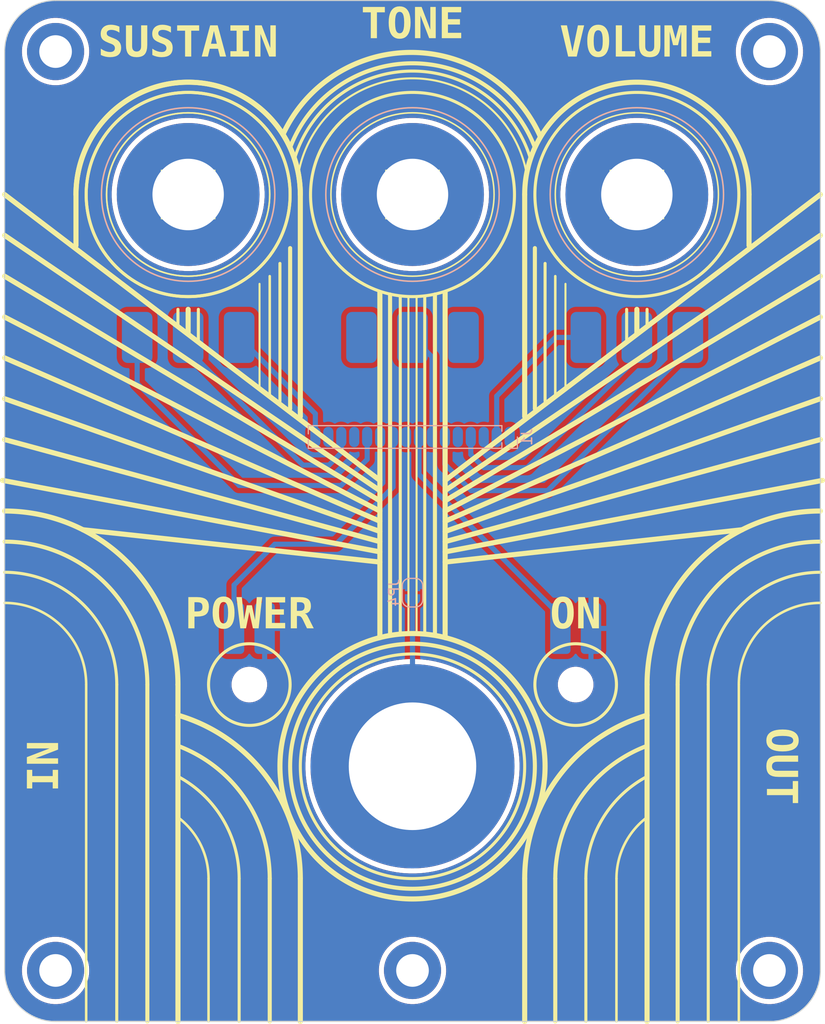
<source format=kicad_pcb>
(kicad_pcb (version 20241229) (generator "pcbnew") (generator_version "9.0")
  (layers (0 "F.Cu" signal) (2 "B.Cu" signal) (13 "F.Paste" user) (15 "B.Paste" user) (5 "F.SilkS" user "F.Silkscreen") (7 "B.SilkS" user "B.Silkscreen") (1 "F.Mask" user) (3 "B.Mask" user) (25 "Edge.Cuts" user))
  (net 0 "")
  (net 1 "Net-(JP4-B)")
  (net 2 "0")
  (net 3 "Net-(J1B-Pin_5)")
  (net 5 "Net-(J1C-Pin_16)")
  (net 6 "Net-(J1A-Pin_6)")
  (net 9 "Net-(J1A-Pin_2)")
  (net 10 "Net-(J1C-Pin_14)")
  (net 11 "Net-(J1C-Pin_12)")
  (net 12 "Net-(J1A-Pin_4)")
  (net 13 "Net-(D1-A)")
  (net 14 "Net-(J1B-Pin_9)")
  (net 15 "Net-(D2-A)")
  (net 17 "Net-(J1B-Pin_7)")
  (footprint "pedale:top_plate_pot" (layer "F.Cu") (at 90 69)
    (property "Reference" "RV2" (hide yes))
    (property "Value" "R_Potentiometer")
    (fp_line (start -2.62 -2.37) (end -2.62 2.37) (stroke (width 0.12)) (layer "F.SilkS"))
    (fp_line (start -2.62 -2.37) (end -2.06 -2.37) (stroke (width 0.12)) (layer "F.SilkS"))
    (fp_line (start -2.62 2.37) (end -1.26 2.37) (stroke (width 0.12)) (layer "F.SilkS"))
    (fp_line (start -0.24 -2.37) (end 0.24 -2.37) (stroke (width 0.12)) (layer "F.SilkS"))
    (fp_line (start 1.26 2.37) (end 2.62 2.37) (stroke (width 0.12)) (layer "F.SilkS"))
    (fp_line (start 2.06 -2.37) (end 2.62 -2.37) (stroke (width 0.12)) (layer "F.SilkS"))
    (fp_line (start 2.62 -2.37) (end 2.62 2.37) (stroke (width 0.12)) (layer "F.SilkS"))
    (fp_circle (center 0 0) (end 8.5 0) (stroke (width 0.15)) (fill no) (layer "B.SilkS"))
    (pad "" np_thru_hole circle (at 0 0) (size 14 14) (drill 7) (layers "*.Cu" "*.Mask"))
    (pad "1" smd roundrect (at -5 14) (size 3 5) (layers "B.Cu" "B.Mask" "B.Paste") (roundrect_rratio 0.1923076923) (net 3 "Net-(J1B-Pin_5)"))
    (pad "2" smd roundrect (at 0 14) (size 3 5) (layers "B.Cu" "B.Mask" "B.Paste") (roundrect_rratio 0.1923076923) (net 17 "Net-(J1B-Pin_7)"))
    (pad "3" smd roundrect (at 5 14) (size 3 5) (layers "B.Cu" "B.Mask" "B.Paste") (roundrect_rratio 0.1923076923) (net 14 "Net-(J1B-Pin_9)"))
  )
  (footprint "MountingHole:MountingHole_3.2mm_M3_DIN965_Pad_TopBottom" (layer "F.Cu") (at 55 145)
    (property "Reference" "H3" (hide yes))
    (property "Value" "MountingHole")
    (pad "1" thru_hole circle (at 0 0) (size 3.6 3.6) (drill 3.2) (layers "*.Cu" "*.Mask"))
    (pad "1" connect circle (at 0 0) (size 5.6 5.6) (layers "F.Cu" "F.Mask"))
    (pad "1" connect circle (at 0 0) (size 5.6 5.6) (layers "B.Cu" "B.Mask"))
  )
  (footprint "MountingHole:MountingHole_3.2mm_M3_DIN965_Pad_TopBottom" (layer "F.Cu") (at 125 145)
    (property "Reference" "H4" (hide yes))
    (property "Value" "MountingHole")
    (pad "1" thru_hole circle (at 0 0) (size 3.6 3.6) (drill 3.2) (layers "*.Cu" "*.Mask"))
    (pad "1" connect circle (at 0 0) (size 5.6 5.6) (layers "F.Cu" "F.Mask"))
    (pad "1" connect circle (at 0 0) (size 5.6 5.6) (layers "B.Cu" "B.Mask"))
  )
  (footprint "pedale:plated_switch_hole" (layer "F.Cu") (at 90 125)
    (property "Reference" "H8" (hide yes))
    (property "Value" "MountingHole_Pad")
    (pad "1" thru_hole circle (at 0 0) (size 20 20) (drill 12.5) (layers "*.Cu" "*.Mask") (net 1 "Net-(JP4-B)"))
  )
  (footprint "MountingHole:MountingHole_3.2mm_M3_DIN965_Pad_TopBottom" (layer "F.Cu") (at 55 55)
    (property "Reference" "H1" (hide yes))
    (property "Value" "MountingHole")
    (pad "1" thru_hole circle (at 0 0) (size 3.6 3.6) (drill 3.2) (layers "*.Cu" "*.Mask"))
    (pad "1" connect circle (at 0 0) (size 5.6 5.6) (layers "F.Cu" "F.Mask"))
    (pad "1" connect circle (at 0 0) (size 5.6 5.6) (layers "B.Cu" "B.Mask"))
  )
  (footprint "pedale:top_plate_pot" (layer "F.Cu") (at 68 69)
    (property "Reference" "RV3" (hide yes))
    (property "Value" "R_Potentiometer")
    (fp_line (start -2.62 -2.37) (end -2.62 2.37) (stroke (width 0.12)) (layer "F.SilkS"))
    (fp_line (start -2.62 -2.37) (end -2.06 -2.37) (stroke (width 0.12)) (layer "F.SilkS"))
    (fp_line (start -2.62 2.37) (end -1.26 2.37) (stroke (width 0.12)) (layer "F.SilkS"))
    (fp_line (start -0.24 -2.37) (end 0.24 -2.37) (stroke (width 0.12)) (layer "F.SilkS"))
    (fp_line (start 1.26 2.37) (end 2.62 2.37) (stroke (width 0.12)) (layer "F.SilkS"))
    (fp_line (start 2.06 -2.37) (end 2.62 -2.37) (stroke (width 0.12)) (layer "F.SilkS"))
    (fp_line (start 2.62 -2.37) (end 2.62 2.37) (stroke (width 0.12)) (layer "F.SilkS"))
    (fp_circle (center 0 0) (end 8.5 0) (stroke (width 0.15)) (fill no) (layer "B.SilkS"))
    (pad "" np_thru_hole circle (at 0 0) (size 14 14) (drill 7) (layers "*.Cu" "*.Mask"))
    (pad "1" smd roundrect (at -5 14) (size 3 5) (layers "B.Cu" "B.Mask" "B.Paste") (roundrect_rratio 0.1923076923) (net 11 "Net-(J1C-Pin_12)"))
    (pad "2" smd roundrect (at 0 14) (size 3 5) (layers "B.Cu" "B.Mask" "B.Paste") (roundrect_rratio 0.1923076923) (net 10 "Net-(J1C-Pin_14)"))
    (pad "3" smd roundrect (at 5 14) (size 3 5) (layers "B.Cu" "B.Mask" "B.Paste") (roundrect_rratio 0.1923076923) (net 5 "Net-(J1C-Pin_16)"))
  )
  (footprint "pedale:red_led" (layer "F.Cu") (at 106 117 180)
    (property "Reference" "D1" (hide yes))
    (property "Value" "LED")
    (pad "" np_thru_hole circle (at 0 0 180) (size 3 3) (drill 3) (layers "*.Cu" "*.Mask"))
    (pad "1" smd roundrect (at -1.5 5.5 180) (size 2 5) (layers "B.Cu" "B.Mask" "B.Paste") (roundrect_rratio 0.1923076923) (net 2 "0"))
    (pad "2" smd roundrect (at 1.5 5.5 180) (size 2 5) (layers "B.Cu" "B.Mask" "B.Paste") (roundrect_rratio 0.1923076923) (net 13 "Net-(D1-A)"))
  )
  (footprint "MountingHole:MountingHole_3.2mm_M3_DIN965_Pad_TopBottom" (layer "F.Cu") (at 125 55)
    (property "Reference" "H2" (hide yes))
    (property "Value" "MountingHole")
    (pad "1" thru_hole circle (at 0 0) (size 3.6 3.6) (drill 3.2) (layers "*.Cu" "*.Mask"))
    (pad "1" connect circle (at 0 0) (size 5.6 5.6) (layers "F.Cu" "F.Mask"))
    (pad "1" connect circle (at 0 0) (size 5.6 5.6) (layers "B.Cu" "B.Mask"))
  )
  (footprint "pedale:green_led" (layer "F.Cu") (at 74 117 180)
    (property "Reference" "D2" (hide yes))
    (property "Value" "LED")
    (pad "" np_thru_hole circle (at 0 0 180) (size 3 3) (drill 3) (layers "*.Cu" "*.Mask"))
    (pad "1" smd roundrect (at -1.5 5.5 180) (size 2 5) (layers "B.Cu" "B.Mask" "B.Paste") (roundrect_rratio 0.1923076923) (net 2 "0"))
    (pad "2" smd roundrect (at 1.5 5.5 180) (size 2 5) (layers "B.Cu" "B.Mask" "B.Paste") (roundrect_rratio 0.1923076923) (net 15 "Net-(D2-A)"))
  )
  (footprint "pedale:top_plate_pot" (layer "F.Cu") (at 112 69)
    (property "Reference" "RV1" (hide yes))
    (property "Value" "R_Potentiometer")
    (fp_line (start -2.62 -2.37) (end -2.62 2.37) (stroke (width 0.12)) (layer "F.SilkS"))
    (fp_line (start -2.62 -2.37) (end -2.06 -2.37) (stroke (width 0.12)) (layer "F.SilkS"))
    (fp_line (start -2.62 2.37) (end -1.26 2.37) (stroke (width 0.12)) (layer "F.SilkS"))
    (fp_line (start -0.24 -2.37) (end 0.24 -2.37) (stroke (width 0.12)) (layer "F.SilkS"))
    (fp_line (start 1.26 2.37) (end 2.62 2.37) (stroke (width 0.12)) (layer "F.SilkS"))
    (fp_line (start 2.06 -2.37) (end 2.62 -2.37) (stroke (width 0.12)) (layer "F.SilkS"))
    (fp_line (start 2.62 -2.37) (end 2.62 2.37) (stroke (width 0.12)) (layer "F.SilkS"))
    (fp_circle (center 0 0) (end 8.5 0) (stroke (width 0.15)) (fill no) (layer "B.SilkS"))
    (pad "" np_thru_hole circle (at 0 0) (size 14 14) (drill 7) (layers "*.Cu" "*.Mask"))
    (pad "1" smd roundrect (at -5 14) (size 3 5) (layers "B.Cu" "B.Mask" "B.Paste") (roundrect_rratio 0.1923076923) (net 9 "Net-(J1A-Pin_2)"))
    (pad "2" smd roundrect (at 0 14) (size 3 5) (layers "B.Cu" "B.Mask" "B.Paste") (roundrect_rratio 0.1923076923) (net 12 "Net-(J1A-Pin_4)"))
    (pad "3" smd roundrect (at 5 14) (size 3 5) (layers "B.Cu" "B.Mask" "B.Paste") (roundrect_rratio 0.1923076923) (net 6 "Net-(J1A-Pin_6)"))
  )
  (footprint "MountingHole:MountingHole_3.2mm_M3_DIN965_Pad_TopBottom" (layer "F.Cu") (at 90 145)
    (property "Reference" "H11" (hide yes))
    (property "Value" "MountingHole")
    (pad "1" thru_hole circle (at 0 0) (size 3.6 3.6) (drill 3.2) (layers "*.Cu" "*.Mask"))
    (pad "1" connect circle (at 0 0) (size 5.6 5.6) (layers "F.Cu" "F.Mask"))
    (pad "1" connect circle (at 0 0) (size 5.6 5.6) (layers "B.Cu" "B.Mask"))
  )
  (footprint "Jumper:SolderJumper-2_P1.3mm_Bridged_RoundedPad1.0x1.5mm" (layer "B.Cu") (at 90 108 -90)
    (property "Reference" "JP4" (at 0 1.8 90) (layer "B.SilkS") (effects (justify mirror)))
    (property "Value" "SolderJumper_2_Bridged")
    (fp_poly (pts (xy 0.25 0.3) (xy -0.25 0.3) (xy -0.25 -0.3) (xy 0.25 -0.3)) (fill yes) (layer "B.Cu"))
    (fp_line (start -0.7 1) (end 0.7 1) (stroke (width 0.12)) (layer "B.SilkS"))
    (fp_line (start 1.4 0.3) (end 1.4 -0.3) (stroke (width 0.12)) (layer "B.SilkS"))
    (fp_line (start -1.4 -0.3) (end -1.4 0.3) (stroke (width 0.12)) (layer "B.SilkS"))
    (fp_line (start 0.7 -1) (end -0.7 -1) (stroke (width 0.12)) (layer "B.SilkS"))
    (fp_arc (start -0.7 1) (mid -1.194975 0.794975) (end -1.4 0.3) (stroke (width 0.12)) (layer "B.SilkS"))
    (fp_arc (start 1.4 0.3) (mid 1.194975 0.794975) (end 0.7 1) (stroke (width 0.12)) (layer "B.SilkS"))
    (fp_arc (start -1.4 -0.3) (mid -1.194975 -0.794975) (end -0.7 -1) (stroke (width 0.12)) (layer "B.SilkS"))
    (fp_arc (start 0.7 -1) (mid 1.194975 -0.794975) (end 1.4 -0.3) (stroke (width 0.12)) (layer "B.SilkS"))
    (pad "1" smd custom (at -0.65 0 270) (size 1 0.5) (layers "B.Cu" "B.Mask") (net 2 "0") (options (clearance outline) (anchor rect)) (primitives (gr_circle (center 0 -0.25) (end 0.5 -0.25) (width 0) (fill yes)) (gr_circle (center 0 0.25) (end 0.5 0.25) (width 0) (fill yes)) (gr_poly (pts (xy 0.5 -0.75) (xy 0 -0.75) (xy 0 0.75) (xy 0.5 0.75)) (width 0) (fill yes))))
    (pad "2" smd custom (at 0.65 0 270) (size 1 0.5) (layers "B.Cu" "B.Mask") (net 1 "Net-(JP4-B)") (options (clearance outline) (anchor rect)) (primitives (gr_circle (center 0 -0.25) (end 0.5 -0.25) (width 0) (fill yes)) (gr_circle (center 0 0.25) (end 0.5 0.25) (width 0) (fill yes)) (gr_poly (pts (xy 0 -0.75) (xy -0.5 -0.75) (xy -0.5 0.75) (xy 0 0.75)) (width 0) (fill yes))))
  )
  (footprint "pedale:bottom_connector" (layer "B.Cu") (at 99.525 92.75 90)
    (property "Reference" "J1" (at 0 1.695 90) (layer "B.SilkS") (effects (justify mirror)))
    (property "Value" "top_panel_connector")
    (fp_line (start 0.30753 -19.745) (end 1.11 -19.745) (stroke (width 0.12)) (layer "B.SilkS"))
    (fp_line (start -1.11 -19.745) (end -0.30753 -19.745) (stroke (width 0.12)) (layer "B.SilkS"))
    (fp_line (start 1.11 -0.76) (end 1.11 -19.745) (stroke (width 0.12)) (layer "B.SilkS"))
    (fp_line (start 0.563471 -0.76) (end 1.11 -0.76) (stroke (width 0.12)) (layer "B.SilkS"))
    (fp_line (start -1.11 -0.76) (end -1.11 -19.745) (stroke (width 0.12)) (layer "B.SilkS"))
    (fp_line (start -1.11 -0.76) (end -0.563471 -0.76) (stroke (width 0.12)) (layer "B.SilkS"))
    (fp_line (start -1.11 0) (end -1.11 0.76) (stroke (width 0.12)) (layer "B.SilkS"))
    (fp_line (start -1.11 0.76) (end 0 0.76) (stroke (width 0.12)) (layer "B.SilkS"))
    (pad "1" smd oval (at 0 0 90) (size 2 1) (layers "B.Cu" "B.Mask" "B.Paste"))
    (pad "2" smd oval (at 0 -1.27 90) (size 2 1) (layers "B.Cu" "B.Mask" "B.Paste") (net 9 "Net-(J1A-Pin_2)"))
    (pad "3" smd oval (at 0 -2.54 90) (size 2 1) (layers "B.Cu" "B.Mask" "B.Paste"))
    (pad "4" smd oval (at 0 -3.81 90) (size 2 1) (layers "B.Cu" "B.Mask" "B.Paste") (net 12 "Net-(J1A-Pin_4)"))
    (pad "5" smd oval (at 0 -5.08 90) (size 2 1) (layers "B.Cu" "B.Mask" "B.Paste") (net 3 "Net-(J1B-Pin_5)"))
    (pad "6" smd oval (at 0 -6.35 90) (size 2 1) (layers "B.Cu" "B.Mask" "B.Paste") (net 6 "Net-(J1A-Pin_6)"))
    (pad "7" smd oval (at 0 -7.62 90) (size 2 1) (layers "B.Cu" "B.Mask" "B.Paste") (net 17 "Net-(J1B-Pin_7)"))
    (pad "8" smd oval (at 0 -8.89 90) (size 2 1) (layers "B.Cu" "B.Mask" "B.Paste") (net 13 "Net-(D1-A)"))
    (pad "9" smd oval (at 0 -10.16 90) (size 2 1) (layers "B.Cu" "B.Mask" "B.Paste") (net 14 "Net-(J1B-Pin_9)"))
    (pad "10" smd oval (at 0 -11.43 90) (size 2 1) (layers "B.Cu" "B.Mask" "B.Paste") (net 15 "Net-(D2-A)"))
    (pad "11" smd oval (at 0 -12.7 90) (size 2 1) (layers "B.Cu" "B.Mask" "B.Paste"))
    (pad "12" smd oval (at 0 -13.97 90) (size 2 1) (layers "B.Cu" "B.Mask" "B.Paste") (net 11 "Net-(J1C-Pin_12)"))
    (pad "13" smd oval (at 0 -15.24 90) (size 2 1) (layers "B.Cu" "B.Mask" "B.Paste"))
    (pad "14" smd oval (at 0 -16.51 90) (size 2 1) (layers "B.Cu" "B.Mask" "B.Paste") (net 10 "Net-(J1C-Pin_14)"))
    (pad "15" smd oval (at 0 -17.78 90) (size 2 1) (layers "B.Cu" "B.Mask" "B.Paste"))
    (pad "16" smd oval (at 0 -19.05 90) (size 2 1) (layers "B.Cu" "B.Mask" "B.Paste") (net 5 "Net-(J1C-Pin_16)"))
  )
  (gr_arc (start 107 136) (mid 108.61508 130.169048) (end 113 126) (stroke (width 0.3)) (layer "F.SilkS"))
  (gr_line (start 79 136) (end 79 150) (stroke (width 0.5)) (layer "F.SilkS"))
  (gr_arc (start 110 136) (mid 110.791796 132.645898) (end 113 130) (stroke (width 0.25)) (layer "F.SilkS"))
  (gr_arc (start 50 100) (mid 62.020815 104.979185) (end 67 117) (stroke (width 0.5)) (layer "F.SilkS"))
  (gr_circle (center 90 125) (end 103 125) (stroke (width 0.5)) (fill no) (layer "F.SilkS"))
  (gr_line (start 87.8 78.8) (end 87.799995 112.187507) (stroke (width 0.4)) (layer "F.SilkS"))
  (gr_arc (start 78.06772 64.227088) (mid 90.09285 56.148877) (end 102 64.4) (stroke (width 0.4)) (layer "F.SilkS"))
  (gr_arc (start 116 117) (mid 120.100505 107.100505) (end 130 103) (stroke (width 0.4)) (layer "F.SilkS"))
  (gr_line (start 92.2 78.8) (end 92.200005 112.187507) (stroke (width 0.4)) (layer "F.SilkS"))
  (gr_line (start 102 74.25) (end 102 90) (stroke (width 0.4)) (layer "F.SilkS"))
  (gr_line (start 112 80.25) (end 112 82.621622) (stroke (width 0.5)) (layer "F.SilkS"))
  (gr_arc (start 57 69) (mid 68 58) (end 79 69) (stroke (width 0.5)) (layer "F.SilkS"))
  (gr_line (start 130 69) (end 93.2 97) (stroke (width 0.5)) (layer "F.SilkS"))
  (gr_arc (start 67 130) (mid 69.208204 132.645898) (end 70 136) (stroke (width 0.25)) (layer "F.SilkS"))
  (gr_line (start 90.4 79) (end 90.4 112.006156) (stroke (width 0.2)) (layer "F.SilkS"))
  (gr_line (start 101 136) (end 101 150) (stroke (width 0.5)) (layer "F.SilkS"))
  (gr_line (start 119 117) (end 119 150) (stroke (width 0.3)) (layer "F.SilkS"))
  (gr_arc (start 104 136) (mid 106.469553 128.094306) (end 113 123) (stroke (width 0.4)) (layer "F.SilkS"))
  (gr_line (start 89.6 79) (end 89.6 112.006156) (stroke (width 0.2)) (layer "F.SilkS"))
  (gr_line (start 86.8 101) (end 50 85) (stroke (width 0.5)) (layer "F.SilkS"))
  (gr_line (start 77 75.75) (end 77 89.25) (stroke (width 0.3)) (layer "F.SilkS"))
  (gr_line (start 93.2 98) (end 130 73) (stroke (width 0.5)) (layer "F.SilkS"))
  (gr_line (start 70 136) (end 70 150) (stroke (width 0.25)) (layer "F.SilkS"))
  (gr_line (start 86.8 78.6) (end 86.8 112.4) (stroke (width 0.5)) (layer "F.SilkS"))
  (gr_arc (start 101 69) (mid 112 58) (end 123 69) (stroke (width 0.5)) (layer "F.SilkS"))
  (gr_line (start 68 80.25) (end 68 82.621622) (stroke (width 0.5)) (layer "F.SilkS"))
  (gr_line (start 67 117) (end 67 150) (stroke (width 0.5)) (layer "F.SilkS"))
  (gr_line (start 67 80.25) (end 67 81.75) (stroke (width 0.3)) (layer "F.SilkS"))
  (gr_arc (start 57 69) (mid 68 58) (end 79 69) (stroke (width 0.5)) (layer "F.SilkS"))
  (gr_line (start 86.8 103) (end 50 93) (stroke (width 0.5)) (layer "F.SilkS"))
  (gr_line (start 79 69) (end 79 90.75) (stroke (width 0.5)) (layer "F.SilkS"))
  (gr_arc (start 50 103) (mid 59.899495 107.100505) (end 64 117) (stroke (width 0.4)) (layer "F.SilkS"))
  (gr_arc (start 78.455174 65.417123) (mid 90.095509 56.912366) (end 101.6 65.6) (stroke (width 0.3)) (layer "F.SilkS"))
  (gr_arc (start 50 106) (mid 57.778175 109.221825) (end 61 117) (stroke (width 0.3)) (layer "F.SilkS"))
  (gr_line (start 86.8 100) (end 50 81) (stroke (width 0.5)) (layer "F.SilkS"))
  (gr_circle (center 112 69) (end 122 69) (stroke (width 0.3)) (fill no) (layer "F.SilkS"))
  (gr_line (start 93.2 100) (end 130 81) (stroke (width 0.5)) (layer "F.SilkS"))
  (gr_line (start 93.2 78.6) (end 93.2 112.4) (stroke (width 0.5)) (layer "F.SilkS"))
  (gr_line (start 78 74.25) (end 78 90) (stroke (width 0.4)) (layer "F.SilkS"))
  (gr_circle (center 68 69) (end 60 69) (stroke (width 0.15)) (fill no) (layer "F.SilkS"))
  (gr_line (start 116 117) (end 116 150) (stroke (width 0.4)) (layer "F.SilkS"))
  (gr_line (start 91.2 79) (end 91.2 112) (stroke (width 0.3)) (layer "F.SilkS"))
  (gr_line (start 69 80.25) (end 69 83.25) (stroke (width 0.3)) (layer "F.SilkS"))
  (gr_line (start 88.8 79) (end 88.8 112) (stroke (width 0.3)) (layer "F.SilkS"))
  (gr_arc (start 67 126) (mid 71.384921 130.169048) (end 73 136) (stroke (width 0.3)) (layer "F.SilkS"))
  (gr_arc (start 77.295455 63.118288) (mid 89.940052 55.084751) (end 102.5 63.25) (stroke (width 0.5)) (layer "F.SilkS"))
  (gr_arc (start 113 117) (mid 117.979185 104.979185) (end 130 100) (stroke (width 0.5)) (layer "F.SilkS"))
  (gr_line (start 76 77) (end 76 88.675676) (stroke (width 0.25)) (layer "F.SilkS"))
  (gr_line (start 113 80.25) (end 113 81.75) (stroke (width 0.3)) (layer "F.SilkS"))
  (gr_line (start 50 69) (end 86.8 97) (stroke (width 0.5)) (layer "F.SilkS"))
  (gr_circle (center 68 69) (end 58 69) (stroke (width 0.3)) (fill no) (layer "F.SilkS"))
  (gr_line (start 113 117) (end 113 150) (stroke (width 0.5)) (layer "F.SilkS"))
  (gr_line (start 103 75.75) (end 103 89.25) (stroke (width 0.3)) (layer "F.SilkS"))
  (gr_line (start 64 117) (end 64 150) (stroke (width 0.4)) (layer "F.SilkS"))
  (gr_line (start 93.2 99) (end 130 77) (stroke (width 0.5)) (layer "F.SilkS"))
  (gr_line (start 86.8 99) (end 50 77) (stroke (width 0.5)) (layer "F.SilkS"))
  (gr_line (start 93.2 105) (end 122.3172 101.835088) (stroke (width 0.5)) (layer "F.SilkS"))
  (gr_arc (start 67 123) (mid 73.530447 128.094306) (end 76 136) (stroke (width 0.4)) (layer "F.SilkS"))
  (gr_line (start 104 136) (end 104 150) (stroke (width 0.4)) (layer "F.SilkS"))
  (gr_line (start 58 117) (end 58 150) (stroke (width 0.25)) (layer "F.SilkS"))
  (gr_arc (start 67 120) (mid 75.666667 126) (end 79 136) (stroke (width 0.5)) (layer "F.SilkS"))
  (gr_circle (center 90 69) (end 98 69) (stroke (width 0.15)) (fill no) (layer "F.SilkS"))
  (gr_line (start 76 136) (end 76 150) (stroke (width 0.4)) (layer "F.SilkS"))
  (gr_line (start 61 117) (end 61 150) (stroke (width 0.3)) (layer "F.SilkS"))
  (gr_arc (start 122 117) (mid 124.343146 111.343146) (end 130 109) (stroke (width 0.25)) (layer "F.SilkS"))
  (gr_circle (center 68 69) (end 76 69) (stroke (width 0.15)) (fill no) (layer "F.SilkS"))
  (gr_line (start 86.8 104) (end 49.8 97) (stroke (width 0.5)) (layer "F.SilkS"))
  (gr_line (start 93.2 103) (end 130 93) (stroke (width 0.5)) (layer "F.SilkS"))
  (gr_circle (center 74 117) (end 70 117) (stroke (width 0.3)) (fill no) (layer "F.SilkS"))
  (gr_line (start 73 136) (end 73 150) (stroke (width 0.3)) (layer "F.SilkS"))
  (gr_line (start 86.8 105) (end 57.6828 101.835088) (stroke (width 0.5)) (layer "F.SilkS"))
  (gr_line (start 107 136) (end 107 150) (stroke (width 0.3)) (layer "F.SilkS"))
  (gr_line (start 57 69) (end 57 74) (stroke (width 0.5)) (layer "F.SilkS"))
  (gr_circle (center 68 69) (end 78 69) (stroke (width 0.3)) (fill no) (layer "F.SilkS"))
  (gr_arc (start 50 109) (mid 55.656854 111.343146) (end 58 117) (stroke (width 0.25)) (layer "F.SilkS"))
  (gr_line (start 105 77.75) (end 105 87.75) (stroke (width 0.2)) (layer "F.SilkS"))
  (gr_circle (center 90 125) (end 102 125) (stroke (width 0.4)) (fill no) (layer "F.SilkS"))
  (gr_circle (center 90 125) (end 101 125) (stroke (width 0.3)) (fill no) (layer "F.SilkS"))
  (gr_arc (start 101 136) (mid 104.333333 126) (end 113 120) (stroke (width 0.5)) (layer "F.SilkS"))
  (gr_line (start 75 77.75) (end 75 87.75) (stroke (width 0.2)) (layer "F.SilkS"))
  (gr_circle (center 90 69) (end 100 69) (stroke (width 0.3)) (fill no) (layer "F.SilkS"))
  (gr_line (start 104 77) (end 104 88.675676) (stroke (width 0.25)) (layer "F.SilkS"))
  (gr_arc (start 119 117) (mid 122.221825 109.221825) (end 130 106) (stroke (width 0.3)) (layer "F.SilkS"))
  (gr_line (start 101 69) (end 101 90.75) (stroke (width 0.5)) (layer "F.SilkS"))
  (gr_line (start 86.8 102) (end 50 89) (stroke (width 0.5)) (layer "F.SilkS"))
  (gr_circle (center 112 69) (end 120 69) (stroke (width 0.15)) (fill no) (layer "F.SilkS"))
  (gr_line (start 86.8 98) (end 50 73) (stroke (width 0.5)) (layer "F.SilkS"))
  (gr_line (start 93.2 102) (end 130 89) (stroke (width 0.5)) (layer "F.SilkS"))
  (gr_arc (start 78.836165 66.807104) (mid 90.098128 57.623253) (end 101.2 67) (stroke (width 0.2)) (layer "F.SilkS"))
  (gr_line (start 93.2 104) (end 130.2 97) (stroke (width 0.5)) (layer "F.SilkS"))
  (gr_line (start 123 69) (end 123 74) (stroke (width 0.5)) (layer "F.SilkS"))
  (gr_circle (center 106 117) (end 110 117) (stroke (width 0.3)) (fill no) (layer "F.SilkS"))
  (gr_line (start 122 117) (end 122 150) (stroke (width 0.25)) (layer "F.SilkS"))
  (gr_line (start 111 80.25) (end 111 83.25) (stroke (width 0.3)) (layer "F.SilkS"))
  (gr_line (start 110 136) (end 110 150) (stroke (width 0.25)) (layer "F.SilkS"))
  (gr_line (start 93.2 101) (end 130 85) (stroke (width 0.5)) (layer "F.SilkS"))
  (gr_line (start 50 55) (end 50 145) (stroke (width 0.1)) (layer "Edge.Cuts"))
  (gr_arc (start 50 55) (mid 51.464467 51.464467) (end 55 50) (stroke (width 0.1)) (layer "Edge.Cuts"))
  (gr_arc (start 125 50) (mid 128.535533 51.464467) (end 130 55) (stroke (width 0.1)) (layer "Edge.Cuts"))
  (gr_line (start 55 150) (end 125 150) (stroke (width 0.1)) (layer "Edge.Cuts"))
  (gr_line (start 130 145) (end 130 55) (stroke (width 0.1)) (layer "Edge.Cuts"))
  (gr_arc (start 55 150) (mid 51.464467 148.535533) (end 50 145) (stroke (width 0.1)) (layer "Edge.Cuts"))
  (gr_line (start 125 50) (end 55 50) (stroke (width 0.1)) (layer "Edge.Cuts"))
  (gr_arc (start 130 145) (mid 128.535533 148.535533) (end 125 150) (stroke (width 0.1)) (layer "Edge.Cuts"))
  (gr_text "SUSTAIN" (at 68 56 0) (layer "F.SilkS") (effects (font (size 3 3) (thickness 0.15) (bold yes)) (justify bottom)))
  (gr_text "IN" (at 54 125 90) (layer "F.SilkS") (effects (font (size 3 3) (thickness 0.15) (bold yes))))
  (gr_text "POWER\n" (at 74 112 0) (layer "F.SilkS") (effects (font (size 3 3) (thickness 0.15) (bold yes)) (justify bottom)))
  (gr_text "OUT\n" (at 126 125 270) (layer "F.SilkS") (effects (font (size 3 3) (thickness 0.15) (bold yes))))
  (gr_text "TONE" (at 90 54.2 0) (layer "F.SilkS") (effects (font (size 3 3) (thickness 0.15) (bold yes)) (justify bottom)))
  (gr_text "ON\n" (at 106 112 0) (layer "F.SilkS") (effects (font (size 3 3) (thickness 0.15) (bold yes)) (justify bottom)))
  (gr_text "VOLUME" (at 112 56 0) (layer "F.SilkS") (effects (font (size 3 3) (thickness 0.15) (bold yes)) (justify bottom)))
  (segment (start 90 108.65) (end 90 125) (width 0.5) (layer "B.Cu") (net 1))
  (segment (start 80.475 90.475) (end 73 83) (width 0.5) (layer "B.Cu") (net 5))
  (segment (start 80.475 92.75) (end 80.475 90.475) (width 0.5) (layer "B.Cu") (net 5))
  (segment (start 93.175 95.425) (end 95.75 98) (width 0.5) (layer "B.Cu") (net 6))
  (segment (start 93.175 92.75) (end 93.175 95.425) (width 0.5) (layer "B.Cu") (net 6))
  (segment (start 117 84.25) (end 117 83) (width 0.5) (layer "B.Cu") (net 6))
  (segment (start 103.25 98) (end 117 84.25) (width 0.5) (layer "B.Cu") (net 6))
  (segment (start 95.75 98) (end 103.25 98) (width 0.5) (layer "B.Cu") (net 6))
  (segment (start 98.255 88.745) (end 104 83) (width 0.5) (layer "B.Cu") (net 9))
  (segment (start 104 83) (end 107 83) (width 0.5) (layer "B.Cu") (net 9))
  (segment (start 98.255 92.75) (end 98.255 88.745) (width 0.5) (layer "B.Cu") (net 9))
  (segment (start 83.015 94.293784) (end 81.808784 95.5) (width 0.5) (layer "B.Cu") (net 10))
  (segment (start 68 84.25) (end 68 83) (width 0.5) (layer "B.Cu") (net 10))
  (segment (start 81.808784 95.5) (end 79.25 95.5) (width 0.5) (layer "B.Cu") (net 10))
  (segment (start 83.015 92.75) (end 83.015 94.293784) (width 0.5) (layer "B.Cu") (net 10))
  (segment (start 79.25 95.5) (end 68 84.25) (width 0.5) (layer "B.Cu") (net 10))
  (segment (start 73 97.5) (end 63 87.5) (width 0.5) (layer "B.Cu") (net 11))
  (segment (start 83 97.5) (end 73 97.5) (width 0.5) (layer "B.Cu") (net 11))
  (segment (start 85.555 92.75) (end 85.555 94.945) (width 0.5) (layer "B.Cu") (net 11))
  (segment (start 63 87.5) (end 63 83) (width 0.5) (layer "B.Cu") (net 11))
  (segment (start 85.555 94.945) (end 83 97.5) (width 0.5) (layer "B.Cu") (net 11))
  (segment (start 101.25 95.75) (end 112 85) (width 0.5) (layer "B.Cu") (net 12))
  (segment (start 112 85) (end 112 83) (width 0.5) (layer "B.Cu") (net 12))
  (segment (start 95.715 92.75) (end 95.715 94.465) (width 0.5) (layer "B.Cu") (net 12))
  (segment (start 95.715 94.465) (end 97 95.75) (width 0.5) (layer "B.Cu") (net 12))
  (segment (start 97 95.75) (end 101.25 95.75) (width 0.5) (layer "B.Cu") (net 12))
  (segment (start 90.635 96.416022) (end 104.5 110.281022) (width 0.5) (layer "B.Cu") (net 13))
  (segment (start 90.635 92.75) (end 90.635 96.416022) (width 0.5) (layer "B.Cu") (net 13))
  (segment (start 104.5 110.281022) (end 104.5 111.5) (width 0.5) (layer "B.Cu") (net 13))
  (segment (start 82.5 103.25) (end 76.5 103.25) (width 0.5) (layer "B.Cu") (net 15))
  (segment (start 88.095 97.655) (end 82.5 103.25) (width 0.5) (layer "B.Cu") (net 15))
  (segment (start 88.095 92.75) (end 88.095 97.655) (width 0.5) (layer "B.Cu") (net 15))
  (segment (start 72.5 107.25) (end 72.5 111.5) (width 0.5) (layer "B.Cu") (net 15))
  (segment (start 76.5 103.25) (end 72.5 107.25) (width 0.5) (layer "B.Cu") (net 15))
  (segment (start 91.905 84.905) (end 90 83) (width 0.5) (layer "B.Cu") (net 17))
  (segment (start 91.905 92.75) (end 91.905 84.905) (width 0.5) (layer "B.Cu") (net 17))
  (zone (net 2) (net_name "0") (layer "F.Cu") (connect_pads (clearance 0.5)) (min_thickness 0.25) (fill yes (thermal_gap 0.5) (thermal_bridge_width 0.5))
    (polygon (pts (xy 50 50) (xy 130.02 50) (xy 130.02 149.93) (xy 50 149.93)))
  )
  (zone (net 2) (net_name "0") (layer "B.Cu") (connect_pads (clearance 0.5)) (min_thickness 0.25) (fill yes (thermal_gap 0.5) (thermal_bridge_width 0.5))
    (polygon (pts (xy 49.98 50) (xy 130 50) (xy 130 149.93) (xy 49.98 149.93)))
  )
)
</source>
